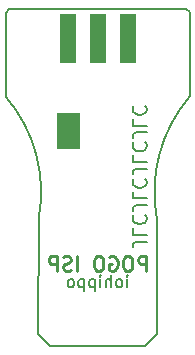
<source format=gbr>
%TF.GenerationSoftware,KiCad,Pcbnew,5.1.6-c6e7f7d~86~ubuntu18.04.1*%
%TF.CreationDate,2020-06-11T10:44:15+02:00*%
%TF.ProjectId,AVR_ISP_With_POGO_Pin,4156525f-4953-4505-9f57-6974685f504f,rev?*%
%TF.SameCoordinates,PX80efd00PY76109c0*%
%TF.FileFunction,Soldermask,Bot*%
%TF.FilePolarity,Negative*%
%FSLAX46Y46*%
G04 Gerber Fmt 4.6, Leading zero omitted, Abs format (unit mm)*
G04 Created by KiCad (PCBNEW 5.1.6-c6e7f7d~86~ubuntu18.04.1) date 2020-06-11 10:44:15*
%MOMM*%
%LPD*%
G01*
G04 APERTURE LIST*
%TA.AperFunction,Profile*%
%ADD10C,0.150000*%
%TD*%
%ADD11C,0.180000*%
%ADD12C,0.220000*%
%ADD13C,0.160000*%
%ADD14C,0.350000*%
G04 APERTURE END LIST*
D10*
X2780000Y1020000D02*
X3800000Y0D01*
X2802713Y10749714D02*
X2780000Y1020000D01*
X15600000Y28210000D02*
X15300000Y28500000D01*
X15602763Y21102606D02*
X15600000Y28210000D01*
X300000Y28500000D02*
X0Y28200000D01*
X15300000Y28500000D02*
X300000Y28500000D01*
D11*
X11960142Y8808143D02*
X11103000Y8808143D01*
X10931571Y8751000D01*
X10817285Y8636715D01*
X10760142Y8465286D01*
X10760142Y8351000D01*
X10760142Y9951000D02*
X10760142Y9379572D01*
X11960142Y9379572D01*
X10874428Y11036715D02*
X10817285Y10979572D01*
X10760142Y10808143D01*
X10760142Y10693858D01*
X10817285Y10522429D01*
X10931571Y10408143D01*
X11045857Y10351000D01*
X11274428Y10293858D01*
X11445857Y10293858D01*
X11674428Y10351000D01*
X11788714Y10408143D01*
X11903000Y10522429D01*
X11960142Y10693858D01*
X11960142Y10808143D01*
X11903000Y10979572D01*
X11845857Y11036715D01*
X11960142Y11893858D02*
X11103000Y11893858D01*
X10931571Y11836715D01*
X10817285Y11722429D01*
X10760142Y11551000D01*
X10760142Y11436715D01*
X10760142Y13036715D02*
X10760142Y12465286D01*
X11960142Y12465286D01*
X10874428Y14122429D02*
X10817285Y14065286D01*
X10760142Y13893858D01*
X10760142Y13779572D01*
X10817285Y13608143D01*
X10931571Y13493858D01*
X11045857Y13436715D01*
X11274428Y13379572D01*
X11445857Y13379572D01*
X11674428Y13436715D01*
X11788714Y13493858D01*
X11903000Y13608143D01*
X11960142Y13779572D01*
X11960142Y13893858D01*
X11903000Y14065286D01*
X11845857Y14122429D01*
X11960142Y14979572D02*
X11103000Y14979572D01*
X10931571Y14922429D01*
X10817285Y14808143D01*
X10760142Y14636715D01*
X10760142Y14522429D01*
X10760142Y16122429D02*
X10760142Y15551000D01*
X11960142Y15551000D01*
X10874428Y17208143D02*
X10817285Y17151000D01*
X10760142Y16979572D01*
X10760142Y16865286D01*
X10817285Y16693858D01*
X10931571Y16579572D01*
X11045857Y16522429D01*
X11274428Y16465286D01*
X11445857Y16465286D01*
X11674428Y16522429D01*
X11788714Y16579572D01*
X11903000Y16693858D01*
X11960142Y16865286D01*
X11960142Y16979572D01*
X11903000Y17151000D01*
X11845857Y17208143D01*
X11960142Y18065286D02*
X11103000Y18065286D01*
X10931571Y18008143D01*
X10817285Y17893858D01*
X10760142Y17722429D01*
X10760142Y17608143D01*
X10760142Y19208143D02*
X10760142Y18636715D01*
X11960142Y18636715D01*
X10874428Y20293858D02*
X10817285Y20236715D01*
X10760142Y20065286D01*
X10760142Y19951000D01*
X10817285Y19779572D01*
X10931571Y19665286D01*
X11045857Y19608143D01*
X11274428Y19551000D01*
X11445857Y19551000D01*
X11674428Y19608143D01*
X11788714Y19665286D01*
X11903000Y19779572D01*
X11960142Y19951000D01*
X11960142Y20065286D01*
X11903000Y20236715D01*
X11845857Y20293858D01*
D12*
X11885714Y6357143D02*
X11885714Y7557143D01*
X11428571Y7557143D01*
X11314285Y7500000D01*
X11257142Y7442858D01*
X11200000Y7328572D01*
X11200000Y7157143D01*
X11257142Y7042858D01*
X11314285Y6985715D01*
X11428571Y6928572D01*
X11885714Y6928572D01*
X10457142Y7557143D02*
X10228571Y7557143D01*
X10114285Y7500000D01*
X10000000Y7385715D01*
X9942857Y7157143D01*
X9942857Y6757143D01*
X10000000Y6528572D01*
X10114285Y6414286D01*
X10228571Y6357143D01*
X10457142Y6357143D01*
X10571428Y6414286D01*
X10685714Y6528572D01*
X10742857Y6757143D01*
X10742857Y7157143D01*
X10685714Y7385715D01*
X10571428Y7500000D01*
X10457142Y7557143D01*
X8800000Y7500000D02*
X8914285Y7557143D01*
X9085714Y7557143D01*
X9257142Y7500000D01*
X9371428Y7385715D01*
X9428571Y7271429D01*
X9485714Y7042858D01*
X9485714Y6871429D01*
X9428571Y6642858D01*
X9371428Y6528572D01*
X9257142Y6414286D01*
X9085714Y6357143D01*
X8971428Y6357143D01*
X8800000Y6414286D01*
X8742857Y6471429D01*
X8742857Y6871429D01*
X8971428Y6871429D01*
X8000000Y7557143D02*
X7771428Y7557143D01*
X7657142Y7500000D01*
X7542857Y7385715D01*
X7485714Y7157143D01*
X7485714Y6757143D01*
X7542857Y6528572D01*
X7657142Y6414286D01*
X7771428Y6357143D01*
X8000000Y6357143D01*
X8114285Y6414286D01*
X8228571Y6528572D01*
X8285714Y6757143D01*
X8285714Y7157143D01*
X8228571Y7385715D01*
X8114285Y7500000D01*
X8000000Y7557143D01*
X6057142Y6357143D02*
X6057142Y7557143D01*
X5542857Y6414286D02*
X5371428Y6357143D01*
X5085714Y6357143D01*
X4971428Y6414286D01*
X4914285Y6471429D01*
X4857142Y6585715D01*
X4857142Y6700000D01*
X4914285Y6814286D01*
X4971428Y6871429D01*
X5085714Y6928572D01*
X5314285Y6985715D01*
X5428571Y7042858D01*
X5485714Y7100000D01*
X5542857Y7214286D01*
X5542857Y7328572D01*
X5485714Y7442858D01*
X5428571Y7500000D01*
X5314285Y7557143D01*
X5028571Y7557143D01*
X4857142Y7500000D01*
X4342857Y6357143D02*
X4342857Y7557143D01*
X3885714Y7557143D01*
X3771428Y7500000D01*
X3714285Y7442858D01*
X3657142Y7328572D01*
X3657142Y7157143D01*
X3714285Y7042858D01*
X3771428Y6985715D01*
X3885714Y6928572D01*
X4342857Y6928572D01*
D13*
X10300000Y4947620D02*
X10300000Y5614286D01*
X10300000Y5947620D02*
X10347619Y5900000D01*
X10300000Y5852381D01*
X10252380Y5900000D01*
X10300000Y5947620D01*
X10300000Y5852381D01*
X9680952Y4947620D02*
X9776190Y4995239D01*
X9823809Y5042858D01*
X9871428Y5138096D01*
X9871428Y5423810D01*
X9823809Y5519048D01*
X9776190Y5566667D01*
X9680952Y5614286D01*
X9538095Y5614286D01*
X9442857Y5566667D01*
X9395238Y5519048D01*
X9347619Y5423810D01*
X9347619Y5138096D01*
X9395238Y5042858D01*
X9442857Y4995239D01*
X9538095Y4947620D01*
X9680952Y4947620D01*
X8919047Y4947620D02*
X8919047Y5947620D01*
X8490476Y4947620D02*
X8490476Y5471429D01*
X8538095Y5566667D01*
X8633333Y5614286D01*
X8776190Y5614286D01*
X8871428Y5566667D01*
X8919047Y5519048D01*
X8014285Y4947620D02*
X8014285Y5614286D01*
X8014285Y5947620D02*
X8061904Y5900000D01*
X8014285Y5852381D01*
X7966666Y5900000D01*
X8014285Y5947620D01*
X8014285Y5852381D01*
X7538095Y5614286D02*
X7538095Y4614286D01*
X7538095Y5566667D02*
X7442857Y5614286D01*
X7252380Y5614286D01*
X7157142Y5566667D01*
X7109523Y5519048D01*
X7061904Y5423810D01*
X7061904Y5138096D01*
X7109523Y5042858D01*
X7157142Y4995239D01*
X7252380Y4947620D01*
X7442857Y4947620D01*
X7538095Y4995239D01*
X6633333Y5614286D02*
X6633333Y4614286D01*
X6633333Y5566667D02*
X6538095Y5614286D01*
X6347619Y5614286D01*
X6252380Y5566667D01*
X6204761Y5519048D01*
X6157142Y5423810D01*
X6157142Y5138096D01*
X6204761Y5042858D01*
X6252380Y4995239D01*
X6347619Y4947620D01*
X6538095Y4947620D01*
X6633333Y4995239D01*
X5585714Y4947620D02*
X5680952Y4995239D01*
X5728571Y5042858D01*
X5776190Y5138096D01*
X5776190Y5423810D01*
X5728571Y5519048D01*
X5680952Y5566667D01*
X5585714Y5614286D01*
X5442857Y5614286D01*
X5347619Y5566667D01*
X5300000Y5519048D01*
X5252380Y5423810D01*
X5252380Y5138096D01*
X5300000Y5042858D01*
X5347619Y4995239D01*
X5442857Y4947620D01*
X5585714Y4947620D01*
D10*
X15602763Y21102605D02*
G75*
G03*
X12800000Y10800000I9447237J-8102605D01*
G01*
X2802713Y10749714D02*
G75*
G03*
X0Y21100000I-12202713J2250286D01*
G01*
X11800000Y0D02*
X12800000Y1000000D01*
X11800000Y0D02*
X3800000Y0D01*
X12800000Y10800000D02*
X12800000Y1000000D01*
X0Y21100000D02*
X0Y28200000D01*
D14*
G36*
X6280100Y16635800D02*
G01*
X4319900Y16635800D01*
X4319900Y19688200D01*
X6280100Y19688200D01*
X6280100Y16635800D01*
G37*
G36*
X11030000Y23960000D02*
G01*
X9650000Y23960000D01*
X9650000Y28040000D01*
X11030000Y28040000D01*
X11030000Y23960000D01*
G37*
G36*
X8490000Y23960000D02*
G01*
X7110000Y23960000D01*
X7110000Y28040000D01*
X8490000Y28040000D01*
X8490000Y23960000D01*
G37*
G36*
X5950000Y23960000D02*
G01*
X4570000Y23960000D01*
X4570000Y28040000D01*
X5950000Y28040000D01*
X5950000Y23960000D01*
G37*
M02*

</source>
